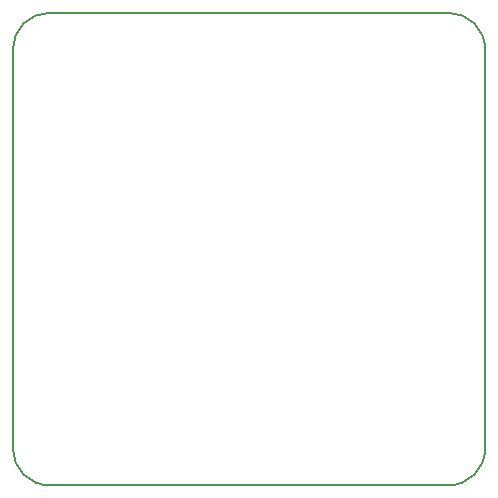
<source format=gm1>
%TF.GenerationSoftware,KiCad,Pcbnew,(7.0.0)*%
%TF.CreationDate,2023-02-19T00:42:14-05:00*%
%TF.ProjectId,CANBoard,43414e42-6f61-4726-942e-6b696361645f,v1*%
%TF.SameCoordinates,Original*%
%TF.FileFunction,Profile,NP*%
%FSLAX46Y46*%
G04 Gerber Fmt 4.6, Leading zero omitted, Abs format (unit mm)*
G04 Created by KiCad (PCBNEW (7.0.0)) date 2023-02-19 00:42:14*
%MOMM*%
%LPD*%
G01*
G04 APERTURE LIST*
%TA.AperFunction,Profile*%
%ADD10C,0.150000*%
%TD*%
G04 APERTURE END LIST*
D10*
X158000000Y-66100000D02*
X158000000Y-99900000D01*
X118000000Y-99900000D02*
X118000000Y-66100000D01*
X121100000Y-63000000D02*
X154900000Y-63000000D01*
X118000000Y-99900000D02*
G75*
G03*
X121100000Y-103000000I3100000J0D01*
G01*
X154900000Y-103000000D02*
G75*
G03*
X158000000Y-99900000I0J3100000D01*
G01*
X158000000Y-66100000D02*
G75*
G03*
X154900000Y-63000000I-3100000J0D01*
G01*
X154900000Y-103000000D02*
X121100000Y-103000000D01*
X121100000Y-63000000D02*
G75*
G03*
X118000000Y-66100000I0J-3100000D01*
G01*
M02*

</source>
